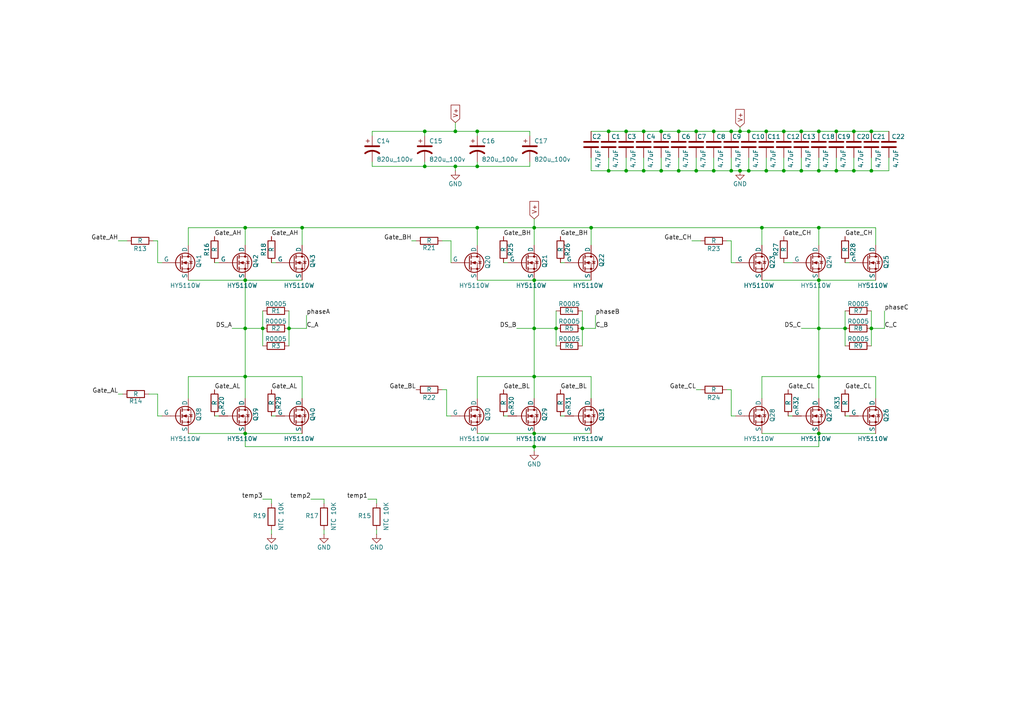
<source format=kicad_sch>
(kicad_sch (version 20250114) (generator "eeschema") (generator_version "9.0")
  (paper "A4")
  (lib_symbols
    (symbol "Device:C" (pin_numbers (hide yes)) (pin_names (offset 0.254))
      (property "Reference" "C" (at 0.635 2.54 0))
      (property "Value" "C" (at 0.635 -2.54 0))
      (symbol "C_0_1"
        (polyline (pts (xy -2.032 0.762) (xy 2.032 0.762)) (stroke (width 0.508)))
        (polyline (pts (xy -2.032 -0.762) (xy 2.032 -0.762)) (stroke (width 0.508)))
      )
      (symbol "C_1_1"
        (pin passive line (at 0 3.81 270) (length 2.794) (name "~") (number "1"))
        (pin passive line (at 0 -3.81 90) (length 2.794) (name "~") (number "2"))
      )
    )
    (symbol "Device:C_Polarized_US" (pin_numbers (hide yes)) (pin_names (offset 0.254) (hide yes))
      (property "Reference" "C" (at 0.635 2.54 0))
      (property "Value" "C_Polarized_US" (at 0.635 -2.54 0))
      (symbol "C_Polarized_US_0_1"
        (polyline (pts (xy -2.032 0.762) (xy 2.032 0.762)) (stroke (width 0.508)))
        (polyline (pts (xy -1.778 2.286) (xy -0.762 2.286)))
        (polyline (pts (xy -1.27 1.778) (xy -1.27 2.794)))
        (arc (start -2.032 -1.27) (mid 0 -0.5572) (end 2.032 -1.27) (stroke (width 0.508)))
      )
      (symbol "C_Polarized_US_1_1"
        (pin passive line (at 0 3.81 270) (length 2.794) (name "~") (number "1"))
        (pin passive line (at 0 -3.81 90) (length 3.302) (name "~") (number "2"))
      )
    )
    (symbol "Device:R" (pin_numbers (hide yes)) (pin_names (offset 0))
      (property "Reference" "R" (at 2.032 0 90))
      (property "Value" "R" (at 0 0 90))
      (symbol "R_0_1"
        (rectangle (start -1.016 -2.54) (end 1.016 2.54) (stroke (width 0.254)))
      )
      (symbol "R_1_1"
        (pin passive line (at 0 3.81 270) (length 1.27) (name "~") (number "1"))
        (pin passive line (at 0 -3.81 90) (length 1.27) (name "~") (number "2"))
      )
    )
    (symbol "Simulation_SPICE:NMOS" (pin_numbers (hide yes)) (pin_names (offset 0))
      (property "Reference" "Q" (at 5.08 1.27 0))
      (property "Value" "NMOS" (at 5.08 -1.27 0))
      (symbol "NMOS_0_1"
        (polyline (pts (xy 0.254 1.905) (xy 0.254 -1.905)) (stroke (width 0.254)))
        (polyline (pts (xy 0.254 0) (xy -2.54 0)))
        (polyline (pts (xy 0.762 2.286) (xy 0.762 1.27)) (stroke (width 0.254)))
        (polyline (pts (xy 0.762 0.508) (xy 0.762 -0.508)) (stroke (width 0.254)))
        (polyline (pts (xy 0.762 -1.27) (xy 0.762 -2.286)) (stroke (width 0.254)))
        (polyline (pts (xy 0.762 -1.778) (xy 3.302 -1.778) (xy 3.302 1.778) (xy 0.762 1.778)))
        (polyline (pts (xy 1.016 0) (xy 2.032 0.381) (xy 2.032 -0.381) (xy 1.016 0)) (fill (type outline)))
        (circle (center 1.651 0) (radius 2.794) (stroke (width 0.254)))
        (polyline (pts (xy 2.54 2.54) (xy 2.54 1.778)))
        (circle (center 2.54 1.778) (radius 0.254) (fill (type outline)))
        (circle (center 2.54 -1.778) (radius 0.254) (fill (type outline)))
        (polyline (pts (xy 2.54 -2.54) (xy 2.54 0) (xy 0.762 0)))
        (polyline (pts (xy 2.794 0.508) (xy 2.921 0.381) (xy 3.683 0.381) (xy 3.81 0.254)))
        (polyline (pts (xy 3.302 0.381) (xy 2.921 -0.254) (xy 3.683 -0.254) (xy 3.302 0.381)))
      )
      (symbol "NMOS_1_1"
        (pin input line (at -5.08 0 0) (length 2.54) (name "G") (number "2"))
        (pin passive line (at 2.54 5.08 270) (length 2.54) (name "D") (number "1"))
        (pin passive line (at 2.54 -5.08 90) (length 2.54) (name "S") (number "3"))
      )
    )
    (symbol "power:GND" (power) (pin_numbers (hide yes)) (pin_names (offset 0) (hide yes))
      (property "Value" "GND" (at 0 -3.81 0))
      (symbol "GND_0_1"
        (polyline (pts (xy 0 0) (xy 0 -1.27) (xy 1.27 -1.27) (xy 0 -2.54) (xy -1.27 -1.27) (xy 0 -1.27)))
      )
      (symbol "GND_1_1"
        (pin power_in line (at 0 0 270) (length 0) (name "~") (number "1"))
      )
    )
  )
  (junction (at 237.49 81.28))
  (junction (at 201.93 49.53))
  (junction (at 227.33 49.53))
  (junction (at 71.12 125.73))
  (junction (at 222.25 38.1))
  (junction (at 161.29 95.25))
  (junction (at 132.08 48.26))
  (junction (at 181.61 38.1))
  (junction (at 247.65 38.1))
  (junction (at 252.73 49.53))
  (junction (at 196.85 38.1))
  (junction (at 154.94 129.54))
  (junction (at 154.94 95.25))
  (junction (at 220.98 66.04))
  (junction (at 154.94 109.22))
  (junction (at 247.65 49.53))
  (junction (at 138.43 48.26))
  (junction (at 186.69 38.1))
  (junction (at 186.69 49.53))
  (junction (at 168.91 95.25))
  (junction (at 154.94 81.28))
  (junction (at 237.49 38.1))
  (junction (at 207.01 49.53))
  (junction (at 191.77 38.1))
  (junction (at 237.49 125.73))
  (junction (at 237.49 95.25))
  (junction (at 212.09 49.53))
  (junction (at 212.09 38.1))
  (junction (at 71.12 81.28))
  (junction (at 71.12 95.25))
  (junction (at 214.63 38.1))
  (junction (at 132.08 38.1))
  (junction (at 237.49 66.04))
  (junction (at 232.41 49.53))
  (junction (at 138.43 38.1))
  (junction (at 242.57 38.1))
  (junction (at 181.61 49.53))
  (junction (at 227.33 38.1))
  (junction (at 123.19 38.1))
  (junction (at 76.2 95.25))
  (junction (at 87.63 66.04))
  (junction (at 201.93 38.1))
  (junction (at 171.45 66.04))
  (junction (at 217.17 38.1))
  (junction (at 71.12 66.04))
  (junction (at 214.63 49.53))
  (junction (at 242.57 49.53))
  (junction (at 252.73 95.25))
  (junction (at 232.41 38.1))
  (junction (at 237.49 109.22))
  (junction (at 191.77 49.53))
  (junction (at 176.53 49.53))
  (junction (at 245.11 95.25))
  (junction (at 83.82 95.25))
  (junction (at 222.25 49.53))
  (junction (at 154.94 66.04))
  (junction (at 154.94 125.73))
  (junction (at 176.53 38.1))
  (junction (at 138.43 66.04))
  (junction (at 207.01 38.1))
  (junction (at 196.85 49.53))
  (junction (at 237.49 49.53))
  (junction (at 217.17 49.53))
  (junction (at 252.73 38.1))
  (junction (at 123.19 48.26))
  (junction (at 71.12 109.22))
  (wire (pts (xy 237.49 125.73) (xy 254 125.73)))
  (wire (pts (xy 252.73 38.1) (xy 257.81 38.1)))
  (wire (pts (xy 232.41 38.1) (xy 237.49 38.1)))
  (wire (pts (xy 161.29 90.17) (xy 161.29 95.25)))
  (wire (pts (xy 107.95 38.1) (xy 123.19 38.1)))
  (wire (pts (xy 153.67 46.99) (xy 153.67 48.26)))
  (wire (pts (xy 196.85 45.72) (xy 196.85 49.53)))
  (wire (pts (xy 71.12 81.28) (xy 71.12 95.25)))
  (wire (pts (xy 252.73 90.17) (xy 252.73 95.25)))
  (wire (pts (xy 62.23 76.2) (xy 63.5 76.2)))
  (wire (pts (xy 45.72 120.65) (xy 46.99 120.65)))
  (wire (pts (xy 45.72 120.65) (xy 45.72 114.3)))
  (wire (pts (xy 186.69 45.72) (xy 186.69 49.53)))
  (wire (pts (xy 132.08 48.26) (xy 132.08 49.53)))
  (wire (pts (xy 172.72 91.44) (xy 172.72 95.25)))
  (wire (pts (xy 45.72 114.3) (xy 43.18 114.3)))
  (wire (pts (xy 149.86 95.25) (xy 154.94 95.25)))
  (wire (pts (xy 54.61 66.04) (xy 71.12 66.04)))
  (wire (pts (xy 217.17 45.72) (xy 217.17 49.53)))
  (wire (pts (xy 54.61 81.28) (xy 71.12 81.28)))
  (wire (pts (xy 237.49 95.25) (xy 237.49 109.22)))
  (wire (pts (xy 71.12 81.28) (xy 87.63 81.28)))
  (wire (pts (xy 212.09 69.85) (xy 210.82 69.85)))
  (wire (pts (xy 138.43 109.22) (xy 154.94 109.22)))
  (wire (pts (xy 242.57 49.53) (xy 247.65 49.53)))
  (wire (pts (xy 252.73 95.25) (xy 252.73 100.33)))
  (wire (pts (xy 232.41 95.25) (xy 237.49 95.25)))
  (wire (pts (xy 212.09 76.2) (xy 212.09 69.85)))
  (wire (pts (xy 78.74 154.94) (xy 78.74 153.67)))
  (wire (pts (xy 71.12 95.25) (xy 71.12 109.22)))
  (wire (pts (xy 129.54 120.65) (xy 130.81 120.65)))
  (wire (pts (xy 93.98 146.05) (xy 93.98 144.78)))
  (wire (pts (xy 138.43 81.28) (xy 154.94 81.28)))
  (wire (pts (xy 222.25 45.72) (xy 222.25 49.53)))
  (wire (pts (xy 252.73 95.25) (xy 256.54 95.25)))
  (wire (pts (xy 191.77 38.1) (xy 196.85 38.1)))
  (wire (pts (xy 171.45 66.04) (xy 171.45 71.12)))
  (wire (pts (xy 67.31 95.25) (xy 71.12 95.25)))
  (wire (pts (xy 254 109.22) (xy 254 115.57)))
  (wire (pts (xy 227.33 49.53) (xy 222.25 49.53)))
  (wire (pts (xy 232.41 49.53) (xy 237.49 49.53)))
  (wire (pts (xy 252.73 45.72) (xy 252.73 49.53)))
  (wire (pts (xy 123.19 38.1) (xy 123.19 39.37)))
  (wire (pts (xy 154.94 130.81) (xy 154.94 129.54)))
  (wire (pts (xy 54.61 109.22) (xy 71.12 109.22)))
  (wire (pts (xy 138.43 48.26) (xy 153.67 48.26)))
  (wire (pts (xy 212.09 76.2) (xy 213.36 76.2)))
  (wire (pts (xy 207.01 38.1) (xy 212.09 38.1)))
  (wire (pts (xy 87.63 66.04) (xy 138.43 66.04)))
  (wire (pts (xy 132.08 48.26) (xy 138.43 48.26)))
  (wire (pts (xy 71.12 109.22) (xy 71.12 115.57)))
  (wire (pts (xy 181.61 45.72) (xy 181.61 49.53)))
  (wire (pts (xy 78.74 146.05) (xy 78.74 144.78)))
  (wire (pts (xy 242.57 38.1) (xy 247.65 38.1)))
  (wire (pts (xy 138.43 66.04) (xy 154.94 66.04)))
  (wire (pts (xy 237.49 66.04) (xy 237.49 71.12)))
  (wire (pts (xy 201.93 49.53) (xy 207.01 49.53)))
  (wire (pts (xy 109.22 146.05) (xy 109.22 144.78)))
  (wire (pts (xy 76.2 95.25) (xy 76.2 100.33)))
  (wire (pts (xy 227.33 49.53) (xy 232.41 49.53)))
  (wire (pts (xy 181.61 38.1) (xy 186.69 38.1)))
  (wire (pts (xy 162.56 120.65) (xy 163.83 120.65)))
  (wire (pts (xy 154.94 66.04) (xy 171.45 66.04)))
  (wire (pts (xy 71.12 66.04) (xy 71.12 71.12)))
  (wire (pts (xy 228.6 120.65) (xy 229.87 120.65)))
  (wire (pts (xy 87.63 109.22) (xy 87.63 115.57)))
  (wire (pts (xy 54.61 66.04) (xy 54.61 71.12)))
  (wire (pts (xy 71.12 109.22) (xy 87.63 109.22)))
  (wire (pts (xy 71.12 66.04) (xy 87.63 66.04)))
  (wire (pts (xy 138.43 38.1) (xy 153.67 38.1)))
  (wire (pts (xy 71.12 125.73) (xy 87.63 125.73)))
  (wire (pts (xy 154.94 95.25) (xy 154.94 109.22)))
  (wire (pts (xy 237.49 129.54) (xy 237.49 125.73)))
  (wire (pts (xy 227.33 76.2) (xy 229.87 76.2)))
  (wire (pts (xy 222.25 49.53) (xy 217.17 49.53)))
  (wire (pts (xy 176.53 49.53) (xy 181.61 49.53)))
  (wire (pts (xy 212.09 120.65) (xy 213.36 120.65)))
  (wire (pts (xy 220.98 109.22) (xy 220.98 115.57)))
  (wire (pts (xy 45.72 69.85) (xy 44.45 69.85)))
  (wire (pts (xy 212.09 113.03) (xy 210.82 113.03)))
  (wire (pts (xy 207.01 49.53) (xy 212.09 49.53)))
  (wire (pts (xy 93.98 154.94) (xy 93.98 153.67)))
  (wire (pts (xy 161.29 95.25) (xy 161.29 100.33)))
  (wire (pts (xy 123.19 46.99) (xy 123.19 48.26)))
  (wire (pts (xy 171.45 45.72) (xy 171.45 49.53)))
  (wire (pts (xy 186.69 49.53) (xy 191.77 49.53)))
  (wire (pts (xy 87.63 66.04) (xy 87.63 71.12)))
  (wire (pts (xy 207.01 45.72) (xy 207.01 49.53)))
  (wire (pts (xy 232.41 45.72) (xy 232.41 49.53)))
  (wire (pts (xy 154.94 81.28) (xy 171.45 81.28)))
  (wire (pts (xy 132.08 35.56) (xy 132.08 38.1)))
  (wire (pts (xy 227.33 38.1) (xy 232.41 38.1)))
  (wire (pts (xy 138.43 109.22) (xy 138.43 115.57)))
  (wire (pts (xy 138.43 125.73) (xy 154.94 125.73)))
  (wire (pts (xy 123.19 48.26) (xy 132.08 48.26)))
  (wire (pts (xy 201.93 113.03) (xy 203.2 113.03)))
  (wire (pts (xy 45.72 76.2) (xy 45.72 69.85)))
  (wire (pts (xy 257.81 45.72) (xy 257.81 49.53)))
  (wire (pts (xy 191.77 45.72) (xy 191.77 49.53)))
  (wire (pts (xy 168.91 95.25) (xy 168.91 100.33)))
  (wire (pts (xy 217.17 38.1) (xy 222.25 38.1)))
  (wire (pts (xy 220.98 125.73) (xy 237.49 125.73)))
  (wire (pts (xy 146.05 120.65) (xy 147.32 120.65)))
  (wire (pts (xy 54.61 109.22) (xy 54.61 115.57)))
  (wire (pts (xy 146.05 76.2) (xy 147.32 76.2)))
  (wire (pts (xy 252.73 49.53) (xy 257.81 49.53)))
  (wire (pts (xy 123.19 38.1) (xy 132.08 38.1)))
  (wire (pts (xy 245.11 76.2) (xy 246.38 76.2)))
  (wire (pts (xy 171.45 38.1) (xy 176.53 38.1)))
  (wire (pts (xy 227.33 45.72) (xy 227.33 49.53)))
  (wire (pts (xy 109.22 144.78) (xy 106.68 144.78)))
  (wire (pts (xy 220.98 66.04) (xy 237.49 66.04)))
  (wire (pts (xy 107.95 46.99) (xy 107.95 48.26)))
  (wire (pts (xy 212.09 120.65) (xy 212.09 113.03)))
  (wire (pts (xy 237.49 81.28) (xy 237.49 95.25)))
  (wire (pts (xy 62.23 120.65) (xy 63.5 120.65)))
  (wire (pts (xy 242.57 45.72) (xy 242.57 49.53)))
  (wire (pts (xy 83.82 95.25) (xy 83.82 100.33)))
  (wire (pts (xy 245.11 90.17) (xy 245.11 95.25)))
  (wire (pts (xy 54.61 125.73) (xy 71.12 125.73)))
  (wire (pts (xy 214.63 38.1) (xy 217.17 38.1)))
  (wire (pts (xy 154.94 125.73) (xy 171.45 125.73)))
  (wire (pts (xy 130.81 69.85) (xy 130.81 76.2)))
  (wire (pts (xy 132.08 38.1) (xy 138.43 38.1)))
  (wire (pts (xy 154.94 109.22) (xy 171.45 109.22)))
  (wire (pts (xy 214.63 36.83) (xy 214.63 38.1)))
  (wire (pts (xy 107.95 48.26) (xy 123.19 48.26)))
  (wire (pts (xy 186.69 38.1) (xy 191.77 38.1)))
  (wire (pts (xy 212.09 45.72) (xy 212.09 49.53)))
  (wire (pts (xy 78.74 76.2) (xy 80.01 76.2)))
  (wire (pts (xy 154.94 81.28) (xy 154.94 95.25)))
  (wire (pts (xy 212.09 38.1) (xy 214.63 38.1)))
  (wire (pts (xy 201.93 45.72) (xy 201.93 49.53)))
  (wire (pts (xy 83.82 95.25) (xy 88.9 95.25)))
  (wire (pts (xy 245.11 95.25) (xy 245.11 100.33)))
  (wire (pts (xy 171.45 49.53) (xy 176.53 49.53)))
  (wire (pts (xy 154.94 66.04) (xy 154.94 71.12)))
  (wire (pts (xy 129.54 120.65) (xy 129.54 113.03)))
  (wire (pts (xy 247.65 45.72) (xy 247.65 49.53)))
  (wire (pts (xy 34.29 114.3) (xy 35.56 114.3)))
  (wire (pts (xy 78.74 144.78) (xy 76.2 144.78)))
  (wire (pts (xy 154.94 95.25) (xy 161.29 95.25)))
  (wire (pts (xy 237.49 66.04) (xy 254 66.04)))
  (wire (pts (xy 256.54 90.17) (xy 256.54 95.25)))
  (wire (pts (xy 222.25 38.1) (xy 227.33 38.1)))
  (wire (pts (xy 168.91 95.25) (xy 172.72 95.25)))
  (wire (pts (xy 237.49 109.22) (xy 254 109.22)))
  (wire (pts (xy 107.95 38.1) (xy 107.95 39.37)))
  (wire (pts (xy 162.56 76.2) (xy 163.83 76.2)))
  (wire (pts (xy 88.9 91.44) (xy 88.9 95.25)))
  (wire (pts (xy 237.49 49.53) (xy 242.57 49.53)))
  (wire (pts (xy 247.65 38.1) (xy 252.73 38.1)))
  (wire (pts (xy 220.98 109.22) (xy 237.49 109.22)))
  (wire (pts (xy 154.94 129.54) (xy 237.49 129.54)))
  (wire (pts (xy 109.22 154.94) (xy 109.22 153.67)))
  (wire (pts (xy 220.98 81.28) (xy 237.49 81.28)))
  (wire (pts (xy 201.93 38.1) (xy 207.01 38.1)))
  (wire (pts (xy 237.49 38.1) (xy 242.57 38.1)))
  (wire (pts (xy 203.2 69.85) (xy 200.66 69.85)))
  (wire (pts (xy 247.65 49.53) (xy 252.73 49.53)))
  (wire (pts (xy 154.94 109.22) (xy 154.94 115.57)))
  (wire (pts (xy 90.17 144.78) (xy 93.98 144.78)))
  (wire (pts (xy 212.09 49.53) (xy 214.63 49.53)))
  (wire (pts (xy 76.2 90.17) (xy 76.2 95.25)))
  (wire (pts (xy 138.43 38.1) (xy 138.43 39.37)))
  (wire (pts (xy 220.98 66.04) (xy 220.98 71.12)))
  (wire (pts (xy 245.11 120.65) (xy 246.38 120.65)))
  (wire (pts (xy 153.67 38.1) (xy 153.67 39.37)))
  (wire (pts (xy 171.45 66.04) (xy 220.98 66.04)))
  (wire (pts (xy 71.12 125.73) (xy 71.12 129.54)))
  (wire (pts (xy 254 66.04) (xy 254 71.12)))
  (wire (pts (xy 154.94 63.5) (xy 154.94 66.04)))
  (wire (pts (xy 196.85 49.53) (xy 201.93 49.53)))
  (wire (pts (xy 237.49 81.28) (xy 254 81.28)))
  (wire (pts (xy 34.29 69.85) (xy 36.83 69.85)))
  (wire (pts (xy 237.49 45.72) (xy 237.49 49.53)))
  (wire (pts (xy 168.91 90.17) (xy 168.91 95.25)))
  (wire (pts (xy 119.38 69.85) (xy 120.65 69.85)))
  (wire (pts (xy 191.77 49.53) (xy 196.85 49.53)))
  (wire (pts (xy 214.63 49.53) (xy 217.17 49.53)))
  (wire (pts (xy 176.53 38.1) (xy 181.61 38.1)))
  (wire (pts (xy 130.81 69.85) (xy 128.27 69.85)))
  (wire (pts (xy 83.82 90.17) (xy 83.82 95.25)))
  (wire (pts (xy 129.54 113.03) (xy 128.27 113.03)))
  (wire (pts (xy 171.45 109.22) (xy 171.45 115.57)))
  (wire (pts (xy 71.12 129.54) (xy 154.94 129.54)))
  (wire (pts (xy 71.12 95.25) (xy 76.2 95.25)))
  (wire (pts (xy 45.72 76.2) (xy 46.99 76.2)))
  (wire (pts (xy 181.61 49.53) (xy 186.69 49.53)))
  (wire (pts (xy 138.43 46.99) (xy 138.43 48.26)))
  (wire (pts (xy 237.49 95.25) (xy 245.11 95.25)))
  (wire (pts (xy 176.53 45.72) (xy 176.53 49.53)))
  (wire (pts (xy 196.85 38.1) (xy 201.93 38.1)))
  (wire (pts (xy 138.43 66.04) (xy 138.43 71.12)))
  (wire (pts (xy 154.94 125.73) (xy 154.94 129.54)))
  (wire (pts (xy 237.49 109.22) (xy 237.49 115.57)))
  (wire (pts (xy 78.74 120.65) (xy 80.01 120.65)))
  (label "Gate_AH" (at 78.74 68.58 0))
  (label "Gate_BH" (at 146.05 68.58 0))
  (label "DS_C" (at 232.41 95.25 180))
  (label "DS_B" (at 149.86 95.25 180))
  (label "Gate_AH" (at 62.23 68.58 0))
  (label "Gate_AL" (at 62.23 113.03 0))
  (label "C_A" (at 88.9 95.25 0))
  (label "temp2" (at 90.17 144.78 180))
  (label "Gate_CH" (at 245.11 68.58 0))
  (label "phaseC" (at 256.54 90.17 0))
  (label "Gate_CL" (at 201.93 113.03 180))
  (label "Gate_BL" (at 162.56 113.03 0))
  (label "Gate_BH" (at 119.38 69.85 180))
  (label "temp3" (at 76.2 144.78 180))
  (label "Gate_CH" (at 227.33 68.58 0))
  (label "C_B" (at 172.72 95.25 0))
  (label "C_C" (at 256.54 95.25 0))
  (label "Gate_BH" (at 162.56 68.58 0))
  (label "phaseA" (at 88.9 91.44 0))
  (label "phaseB" (at 172.72 91.44 0))
  (label "Gate_CH" (at 200.66 69.85 180))
  (label "Gate_AL" (at 34.29 114.3 180))
  (label "Gate_AH" (at 34.29 69.85 180))
  (label "Gate_BL" (at 146.05 113.03 0))
  (label "Gate_CL" (at 245.11 113.03 0))
  (label "Gate_CL" (at 228.6 113.03 0))
  (label "Gate_BL" (at 120.65 113.03 180))
  (label "DS_A" (at 67.31 95.25 180))
  (label "temp1" (at 106.68 144.78 180))
  (label "Gate_AL" (at 78.74 113.03 0))
  (global_label "V+" (shape input) (at 154.94 63.5 90) (property "Intersheetrefs" "${INTERSHEET_REFS}" (effects (hide yes))))
  (global_label "V+" (shape input) (at 214.63 36.83 90) (property "Intersheetrefs" "${INTERSHEET_REFS}" (effects (hide yes))))
  (global_label "V+" (shape input) (at 132.08 35.56 90) (property "Intersheetrefs" "${INTERSHEET_REFS}" (effects (hide yes))))
  (symbol (lib_id "Device:C") (at 191.77 41.91 0) (unit 1)
    (property "Reference" "C5" (at 192.024 39.624 0) (effects (justify left)))
    (property "Value" "4.7uF" (at 193.802 48.768 90) (effects (justify left)))
    (property "Footprint" "Capacitor_SMD:C_1206_3216Metric_Pad1.33x1.80mm_HandSolder" (effects (hide yes)))
    (property "Description" "Unpolarized capacitor" (effects (hide yes)))
  )
  (symbol (lib_id "Device:C") (at 222.25 41.91 0) (unit 1)
    (property "Reference" "C11" (at 222.504 39.624 0) (effects (justify left)))
    (property "Value" "4.7uF" (at 224.282 48.768 90) (effects (justify left)))
    (property "Footprint" "Capacitor_SMD:C_1206_3216Metric_Pad1.33x1.80mm_HandSolder" (effects (hide yes)))
    (property "Description" "Unpolarized capacitor" (effects (hide yes)))
  )
  (symbol (lib_id "Device:C") (at 171.45 41.91 0) (unit 1)
    (property "Reference" "C2" (at 171.704 39.624 0) (effects (justify left)))
    (property "Value" "4.7uF" (at 173.482 48.768 90) (effects (justify left)))
    (property "Footprint" "Capacitor_SMD:C_1206_3216Metric_Pad1.33x1.80mm_HandSolder" (effects (hide yes)))
    (property "Description" "Unpolarized capacitor" (effects (hide yes)))
  )
  (symbol (lib_id "Device:R") (at 245.11 72.39 180) (unit 1)
    (property "Reference" "R28" (at 247.396 72.39 90))
    (property "Value" "R" (at 245.11 72.39 90))
    (property "Footprint" "Resistor_SMD:R_0805_2012Metric_Pad1.20x1.40mm_HandSolder" (effects (hide yes)))
    (property "Description" "Resistor" (effects (hide yes)))
  )
  (symbol (lib_id "Device:R") (at 165.1 100.33 90) (unit 1)
    (property "Reference" "R6" (at 165.1 100.33 90))
    (property "Value" "R0005" (at 165.1 98.298 90))
    (property "Footprint" "Resistor_SMD:R_2512_6332Metric_Pad1.40x3.35mm_HandSolder" (effects (hide yes)))
    (property "Description" "Resistor" (effects (hide yes)))
  )
  (symbol (lib_id "Simulation_SPICE:NMOS") (at 234.95 120.65 0) (unit 1)
    (property "Reference" "Q27" (at 240.538 122.428 90) (effects (justify left)))
    (property "Value" "HY5110W" (at 232.156 127.254 0) (effects (justify left)))
    (property "Footprint" "Custom:TO-247 Horizontal Tabup" (effects (hide yes)))
    (property "Datasheet" "https://ngspice.sourceforge.io/docs/ngspice-html-manual/manual.xhtml#cha_MOSFETs" (effects (hide yes)))
    (property "Description" "N-MOSFET transistor, drain/source/gate" (effects (hide yes)))
    (property "Sim.Device" "NMOS" (effects (hide yes)))
    (property "Sim.Type" "VDMOS" (effects (hide yes)))
    (property "Sim.Pins" "1=G 2=D 3=S" (effects (hide yes)))
  )
  (symbol (lib_id "Device:R") (at 248.92 100.33 90) (unit 1)
    (property "Reference" "R9" (at 248.92 100.33 90))
    (property "Value" "R0005" (at 248.92 98.298 90))
    (property "Footprint" "Resistor_SMD:R_2512_6332Metric_Pad1.40x3.35mm_HandSolder" (effects (hide yes)))
    (property "Description" "Resistor" (effects (hide yes)))
  )
  (symbol (lib_id "Device:C_Polarized_US") (at 153.67 43.18 0) (unit 1)
    (property "Reference" "C17" (at 154.94 40.894 0) (effects (justify left)))
    (property "Value" "820u_100v" (at 154.94 46.228 0) (effects (justify left)))
    (property "Footprint" "Capacitor_THT:CP_Radial_D18.0mm_P7.50mm" (effects (hide yes)))
    (property "Description" "Polarized capacitor, US symbol" (effects (hide yes)))
  )
  (symbol (lib_id "Device:R") (at 248.92 95.25 90) (unit 1)
    (property "Reference" "R8" (at 248.92 95.25 90))
    (property "Value" "R0005" (at 248.92 93.218 90))
    (property "Footprint" "Resistor_SMD:R_2512_6332Metric_Pad1.40x3.35mm_HandSolder" (effects (hide yes)))
    (property "Description" "Resistor" (effects (hide yes)))
  )
  (symbol (lib_id "Simulation_SPICE:NMOS") (at 251.46 120.65 0) (unit 1)
    (property "Reference" "Q26" (at 257.048 122.428 90) (effects (justify left)))
    (property "Value" "HY5110W" (at 248.666 127.254 0) (effects (justify left)))
    (property "Footprint" "Custom:TO-247 Horizontal Tabup" (effects (hide yes)))
    (property "Datasheet" "https://ngspice.sourceforge.io/docs/ngspice-html-manual/manual.xhtml#cha_MOSFETs" (effects (hide yes)))
    (property "Description" "N-MOSFET transistor, drain/source/gate" (effects (hide yes)))
    (property "Sim.Device" "NMOS" (effects (hide yes)))
    (property "Sim.Type" "VDMOS" (effects (hide yes)))
    (property "Sim.Pins" "1=G 2=D 3=S" (effects (hide yes)))
  )
  (symbol (lib_id "Device:C") (at 232.41 41.91 0) (unit 1)
    (property "Reference" "C13" (at 232.664 39.624 0) (effects (justify left)))
    (property "Value" "4.7uF" (at 234.442 48.768 90) (effects (justify left)))
    (property "Footprint" "Capacitor_SMD:C_1206_3216Metric_Pad1.33x1.80mm_HandSolder" (effects (hide yes)))
    (property "Description" "Unpolarized capacitor" (effects (hide yes)))
  )
  (symbol (lib_id "Device:C") (at 257.81 41.91 0) (unit 1)
    (property "Reference" "C22" (at 258.572 39.624 0) (effects (justify left)))
    (property "Value" "4.7uF" (at 259.842 48.768 90) (effects (justify left)))
    (property "Footprint" "Capacitor_SMD:C_1206_3216Metric_Pad1.33x1.80mm_HandSolder" (effects (hide yes)))
    (property "Description" "Unpolarized capacitor" (effects (hide yes)))
  )
  (symbol (lib_id "Device:C") (at 247.65 41.91 0) (unit 1)
    (property "Reference" "C20" (at 248.412 39.624 0) (effects (justify left)))
    (property "Value" "4.7uF" (at 249.682 48.768 90) (effects (justify left)))
    (property "Footprint" "Capacitor_SMD:C_1206_3216Metric_Pad1.33x1.80mm_HandSolder" (effects (hide yes)))
    (property "Description" "Unpolarized capacitor" (effects (hide yes)))
  )
  (symbol (lib_id "Device:R") (at 78.74 72.39 180) (unit 1)
    (property "Reference" "R18" (at 76.454 72.39 90))
    (property "Value" "R" (at 78.74 72.39 90))
    (property "Footprint" "Resistor_SMD:R_0805_2012Metric_Pad1.20x1.40mm_HandSolder" (effects (hide yes)))
    (property "Description" "Resistor" (effects (hide yes)))
  )
  (symbol (lib_id "power:GND") (at 78.74 154.94 0) (unit 1)
    (property "Reference" "#PWR03" (effects (hide yes)))
    (property "Value" "GND" (at 78.74 158.75 0))
    (property "Description" "Power symbol creates a global label with name \"GND\" , ground" (effects (hide yes)))
  )
  (symbol (lib_id "Device:R") (at 165.1 90.17 90) (unit 1)
    (property "Reference" "R4" (at 165.1 90.17 90))
    (property "Value" "R0005" (at 165.1 88.138 90))
    (property "Footprint" "Resistor_SMD:R_2512_6332Metric_Pad1.40x3.35mm_HandSolder" (effects (hide yes)))
    (property "Description" "Resistor" (effects (hide yes)))
  )
  (symbol (lib_id "Device:R") (at 124.46 69.85 270) (unit 1)
    (property "Reference" "R21" (at 124.46 71.882 90))
    (property "Value" "R" (at 124.46 69.85 90))
    (property "Footprint" "Resistor_SMD:R_0805_2012Metric_Pad1.20x1.40mm_HandSolder" (effects (hide yes)))
    (property "Description" "Resistor" (effects (hide yes)))
  )
  (symbol (lib_id "Device:R") (at 62.23 116.84 0) (unit 1)
    (property "Reference" "R20" (at 64.262 116.84 90))
    (property "Value" "R" (at 62.23 116.84 90))
    (property "Footprint" "Resistor_SMD:R_0805_2012Metric_Pad1.20x1.40mm_HandSolder" (effects (hide yes)))
    (property "Description" "Resistor" (effects (hide yes)))
  )
  (symbol (lib_id "Simulation_SPICE:NMOS") (at 251.46 76.2 0) (unit 1)
    (property "Reference" "Q25" (at 257.048 77.978 90) (effects (justify left)))
    (property "Value" "HY5110W" (at 248.666 82.804 0) (effects (justify left)))
    (property "Footprint" "Custom:TO-247 Horizontal Tabup" (effects (hide yes)))
    (property "Datasheet" "https://ngspice.sourceforge.io/docs/ngspice-html-manual/manual.xhtml#cha_MOSFETs" (effects (hide yes)))
    (property "Description" "N-MOSFET transistor, drain/source/gate" (effects (hide yes)))
    (property "Sim.Device" "NMOS" (effects (hide yes)))
    (property "Sim.Type" "VDMOS" (effects (hide yes)))
    (property "Sim.Pins" "1=G 2=D 3=S" (effects (hide yes)))
  )
  (symbol (lib_id "Device:C_Polarized_US") (at 123.19 43.18 0) (unit 1)
    (property "Reference" "C15" (at 124.46 40.894 0) (effects (justify left)))
    (property "Value" "820u_100v" (at 124.46 46.228 0) (effects (justify left)))
    (property "Footprint" "Capacitor_THT:CP_Radial_D18.0mm_P7.50mm" (effects (hide yes)))
    (property "Description" "Polarized capacitor, US symbol" (effects (hide yes)))
  )
  (symbol (lib_id "Device:R") (at 245.11 116.84 0) (unit 1)
    (property "Reference" "R33" (at 242.824 116.84 90))
    (property "Value" "R" (at 245.11 116.84 90))
    (property "Footprint" "Resistor_SMD:R_0805_2012Metric_Pad1.20x1.40mm_HandSolder" (effects (hide yes)))
    (property "Description" "Resistor" (effects (hide yes)))
  )
  (symbol (lib_id "Device:R") (at 80.01 100.33 90) (unit 1)
    (property "Reference" "R3" (at 80.01 100.33 90))
    (property "Value" "R0005" (at 80.01 98.298 90))
    (property "Footprint" "Resistor_SMD:R_2512_6332Metric_Pad1.40x3.35mm_HandSolder" (effects (hide yes)))
    (property "Description" "Resistor" (effects (hide yes)))
  )
  (symbol (lib_id "Device:C") (at 196.85 41.91 0) (unit 1)
    (property "Reference" "C6" (at 197.612 39.624 0) (effects (justify left)))
    (property "Value" "4.7uF" (at 198.882 48.768 90) (effects (justify left)))
    (property "Footprint" "Capacitor_SMD:C_1206_3216Metric_Pad1.33x1.80mm_HandSolder" (effects (hide yes)))
    (property "Description" "Unpolarized capacitor" (effects (hide yes)))
  )
  (symbol (lib_id "Simulation_SPICE:NMOS") (at 168.91 120.65 0) (unit 1)
    (property "Reference" "Q31" (at 174.498 122.174 90) (effects (justify left)))
    (property "Value" "HY5110W" (at 166.116 127.254 0) (effects (justify left)))
    (property "Footprint" "Custom:TO-247 Horizontal Tabup" (effects (hide yes)))
    (property "Datasheet" "https://ngspice.sourceforge.io/docs/ngspice-html-manual/manual.xhtml#cha_MOSFETs" (effects (hide yes)))
    (property "Description" "N-MOSFET transistor, drain/source/gate" (effects (hide yes)))
    (property "Sim.Device" "NMOS" (effects (hide yes)))
    (property "Sim.Type" "VDMOS" (effects (hide yes)))
    (property "Sim.Pins" "1=G 2=D 3=S" (effects (hide yes)))
  )
  (symbol (lib_id "Device:R") (at 227.33 72.39 0) (unit 1)
    (property "Reference" "R27" (at 225.044 72.39 90))
    (property "Value" "R" (at 227.33 72.39 90))
    (property "Footprint" "Resistor_SMD:R_0805_2012Metric_Pad1.20x1.40mm_HandSolder" (effects (hide yes)))
    (property "Description" "Resistor" (effects (hide yes)))
  )
  (symbol (lib_id "Device:C") (at 242.57 41.91 0) (unit 1)
    (property "Reference" "C19" (at 242.824 39.624 0) (effects (justify left)))
    (property "Value" "4.7uF" (at 244.602 48.768 90) (effects (justify left)))
    (property "Footprint" "Capacitor_SMD:C_1206_3216Metric_Pad1.33x1.80mm_HandSolder" (effects (hide yes)))
    (property "Description" "Unpolarized capacitor" (effects (hide yes)))
  )
  (symbol (lib_id "Simulation_SPICE:NMOS") (at 218.44 76.2 0) (unit 1)
    (property "Reference" "Q23" (at 224.028 77.978 90) (effects (justify left)))
    (property "Value" "HY5110W" (at 215.646 82.804 0) (effects (justify left)))
    (property "Footprint" "Custom:TO-247 Horizontal Tabup" (effects (hide yes)))
    (property "Datasheet" "https://ngspice.sourceforge.io/docs/ngspice-html-manual/manual.xhtml#cha_MOSFETs" (effects (hide yes)))
    (property "Description" "N-MOSFET transistor, drain/source/gate" (effects (hide yes)))
    (property "Sim.Device" "NMOS" (effects (hide yes)))
    (property "Sim.Type" "VDMOS" (effects (hide yes)))
    (property "Sim.Pins" "1=G 2=D 3=S" (effects (hide yes)))
  )
  (symbol (lib_id "Device:C_Polarized_US") (at 107.95 43.18 0) (unit 1)
    (property "Reference" "C14" (at 109.22 40.894 0) (effects (justify left)))
    (property "Value" "820u_100v" (at 109.22 46.228 0) (effects (justify left)))
    (property "Footprint" "Capacitor_THT:CP_Radial_D18.0mm_P7.50mm" (effects (hide yes)))
    (property "Description" "Polarized capacitor, US symbol" (effects (hide yes)))
  )
  (symbol (lib_id "Device:R") (at 207.01 113.03 90) (unit 1)
    (property "Reference" "R24" (at 207.01 115.316 90))
    (property "Value" "R" (at 207.01 113.03 90))
    (property "Footprint" "Resistor_SMD:R_0805_2012Metric_Pad1.20x1.40mm_HandSolder" (effects (hide yes)))
    (property "Description" "Resistor" (effects (hide yes)))
  )
  (symbol (lib_id "Device:R") (at 40.64 69.85 270) (unit 1)
    (property "Reference" "R13" (at 40.64 72.136 90))
    (property "Value" "R" (at 40.64 69.85 90))
    (property "Footprint" "Resistor_SMD:R_0805_2012Metric_Pad1.20x1.40mm_HandSolder" (effects (hide yes)))
    (property "Description" "Resistor" (effects (hide yes)))
  )
  (symbol (lib_id "Device:R") (at 146.05 116.84 0) (unit 1)
    (property "Reference" "R30" (at 148.336 116.84 90))
    (property "Value" "R" (at 146.05 116.84 90))
    (property "Footprint" "Resistor_SMD:R_0805_2012Metric_Pad1.20x1.40mm_HandSolder" (effects (hide yes)))
    (property "Description" "Resistor" (effects (hide yes)))
  )
  (symbol (lib_id "Device:R") (at 124.46 113.03 270) (unit 1)
    (property "Reference" "R22" (at 124.46 115.316 90))
    (property "Value" "R" (at 124.46 113.03 90))
    (property "Footprint" "Resistor_SMD:R_0805_2012Metric_Pad1.20x1.40mm_HandSolder" (effects (hide yes)))
    (property "Description" "Resistor" (effects (hide yes)))
  )
  (symbol (lib_id "Device:R") (at 78.74 116.84 0) (unit 1)
    (property "Reference" "R29" (at 80.772 116.84 90))
    (property "Value" "R" (at 78.74 116.84 90))
    (property "Footprint" "Resistor_SMD:R_0805_2012Metric_Pad1.20x1.40mm_HandSolder" (effects (hide yes)))
    (property "Description" "Resistor" (effects (hide yes)))
  )
  (symbol (lib_id "Simulation_SPICE:NMOS") (at 85.09 120.65 0) (unit 1)
    (property "Reference" "Q40" (at 90.678 122.174 90) (effects (justify left)))
    (property "Value" "HY5110W" (at 82.296 127.254 0) (effects (justify left)))
    (property "Footprint" "Custom:TO-247 Horizontal Tabup" (effects (hide yes)))
    (property "Datasheet" "https://ngspice.sourceforge.io/docs/ngspice-html-manual/manual.xhtml#cha_MOSFETs" (effects (hide yes)))
    (property "Description" "N-MOSFET transistor, drain/source/gate" (effects (hide yes)))
    (property "Sim.Device" "NMOS" (effects (hide yes)))
    (property "Sim.Type" "VDMOS" (effects (hide yes)))
    (property "Sim.Pins" "1=G 2=D 3=S" (effects (hide yes)))
  )
  (symbol (lib_id "Device:R") (at 207.01 69.85 90) (unit 1)
    (property "Reference" "R23" (at 207.01 72.136 90))
    (property "Value" "R" (at 207.01 69.85 90))
    (property "Footprint" "Resistor_SMD:R_0805_2012Metric_Pad1.20x1.40mm_HandSolder" (effects (hide yes)))
    (property "Description" "Resistor" (effects (hide yes)))
  )
  (symbol (lib_id "Device:C_Polarized_US") (at 138.43 43.18 0) (unit 1)
    (property "Reference" "C16" (at 139.7 40.894 0) (effects (justify left)))
    (property "Value" "820u_100v" (at 139.7 46.228 0) (effects (justify left)))
    (property "Footprint" "Capacitor_THT:CP_Radial_D18.0mm_P7.50mm" (effects (hide yes)))
    (property "Description" "Polarized capacitor, US symbol" (effects (hide yes)))
  )
  (symbol (lib_id "Device:C") (at 176.53 41.91 0) (unit 1)
    (property "Reference" "C1" (at 177.292 39.624 0) (effects (justify left)))
    (property "Value" "4.7uF" (at 178.562 48.768 90) (effects (justify left)))
    (property "Footprint" "Capacitor_SMD:C_1206_3216Metric_Pad1.33x1.80mm_HandSolder" (effects (hide yes)))
    (property "Description" "Unpolarized capacitor" (effects (hide yes)))
  )
  (symbol (lib_id "Simulation_SPICE:NMOS") (at 85.09 76.2 0) (unit 1)
    (property "Reference" "Q43" (at 90.678 77.724 90) (effects (justify left)))
    (property "Value" "HY5110W" (at 82.296 82.804 0) (effects (justify left)))
    (property "Footprint" "Custom:TO-247 Horizontal Tabup" (effects (hide yes)))
    (property "Datasheet" "https://ngspice.sourceforge.io/docs/ngspice-html-manual/manual.xhtml#cha_MOSFETs" (effects (hide yes)))
    (property "Description" "N-MOSFET transistor, drain/source/gate" (effects (hide yes)))
    (property "Sim.Device" "NMOS" (effects (hide yes)))
    (property "Sim.Type" "VDMOS" (effects (hide yes)))
    (property "Sim.Pins" "1=G 2=D 3=S" (effects (hide yes)))
  )
  (symbol (lib_id "Device:R") (at 109.22 149.86 180) (unit 1)
    (property "Reference" "R15" (at 107.696 149.606 0) (effects (justify left)))
    (property "Value" "NTC 10K" (at 112.014 145.542 90) (effects (justify left)))
    (property "Footprint" "Resistor_SMD:R_0805_2012Metric_Pad1.20x1.40mm_HandSolder" (effects (hide yes)))
    (property "Description" "Resistor" (effects (hide yes)))
  )
  (symbol (lib_id "Simulation_SPICE:NMOS") (at 135.89 76.2 0) (unit 1)
    (property "Reference" "Q20" (at 141.478 77.978 90) (effects (justify left)))
    (property "Value" "HY5110W" (at 133.096 82.804 0) (effects (justify left)))
    (property "Footprint" "Custom:TO-247 Horizontal Tabup" (effects (hide yes)))
    (property "Datasheet" "https://ngspice.sourceforge.io/docs/ngspice-html-manual/manual.xhtml#cha_MOSFETs" (effects (hide yes)))
    (property "Description" "N-MOSFET transistor, drain/source/gate" (effects (hide yes)))
    (property "Sim.Device" "NMOS" (effects (hide yes)))
    (property "Sim.Type" "VDMOS" (effects (hide yes)))
    (property "Sim.Pins" "1=G 2=D 3=S" (effects (hide yes)))
  )
  (symbol (lib_id "Device:C") (at 237.49 41.91 0) (unit 1)
    (property "Reference" "C18" (at 238.252 39.624 0) (effects (justify left)))
    (property "Value" "4.7uF" (at 239.522 48.768 90) (effects (justify left)))
    (property "Footprint" "Capacitor_SMD:C_1206_3216Metric_Pad1.33x1.80mm_HandSolder" (effects (hide yes)))
    (property "Description" "Unpolarized capacitor" (effects (hide yes)))
  )
  (symbol (lib_id "Simulation_SPICE:NMOS") (at 234.95 76.2 0) (unit 1)
    (property "Reference" "Q24" (at 240.538 77.978 90) (effects (justify left)))
    (property "Value" "HY5110W" (at 232.156 82.804 0) (effects (justify left)))
    (property "Footprint" "Custom:TO-247 Horizontal Tabup" (effects (hide yes)))
    (property "Datasheet" "https://ngspice.sourceforge.io/docs/ngspice-html-manual/manual.xhtml#cha_MOSFETs" (effects (hide yes)))
    (property "Description" "N-MOSFET transistor, drain/source/gate" (effects (hide yes)))
    (property "Sim.Device" "NMOS" (effects (hide yes)))
    (property "Sim.Type" "VDMOS" (effects (hide yes)))
    (property "Sim.Pins" "1=G 2=D 3=S" (effects (hide yes)))
  )
  (symbol (lib_id "Simulation_SPICE:NMOS") (at 152.4 120.65 0) (unit 1)
    (property "Reference" "Q29" (at 157.988 122.174 90) (effects (justify left)))
    (property "Value" "HY5110W" (at 149.606 127.254 0) (effects (justify left)))
    (property "Footprint" "Custom:TO-247 Horizontal Tabup" (effects (hide yes)))
    (property "Datasheet" "https://ngspice.sourceforge.io/docs/ngspice-html-manual/manual.xhtml#cha_MOSFETs" (effects (hide yes)))
    (property "Description" "N-MOSFET transistor, drain/source/gate" (effects (hide yes)))
    (property "Sim.Device" "NMOS" (effects (hide yes)))
    (property "Sim.Type" "VDMOS" (effects (hide yes)))
    (property "Sim.Pins" "1=G 2=D 3=S" (effects (hide yes)))
  )
  (symbol (lib_id "Device:R") (at 78.74 149.86 180) (unit 1)
    (property "Reference" "R19" (at 77.216 149.606 0) (effects (justify left)))
    (property "Value" "NTC 10K" (at 81.534 145.542 90) (effects (justify left)))
    (property "Footprint" "Resistor_SMD:R_0805_2012Metric_Pad1.20x1.40mm_HandSolder" (effects (hide yes)))
    (property "Description" "Resistor" (effects (hide yes)))
  )
  (symbol (lib_id "Simulation_SPICE:NMOS") (at 68.58 76.2 0) (unit 1)
    (property "Reference" "Q42" (at 74.168 77.724 90) (effects (justify left)))
    (property "Value" "HY5110W" (at 65.786 82.804 0) (effects (justify left)))
    (property "Footprint" "Custom:TO-247 Horizontal Tabup" (effects (hide yes)))
    (property "Datasheet" "https://ngspice.sourceforge.io/docs/ngspice-html-manual/manual.xhtml#cha_MOSFETs" (effects (hide yes)))
    (property "Description" "N-MOSFET transistor, drain/source/gate" (effects (hide yes)))
    (property "Sim.Device" "NMOS" (effects (hide yes)))
    (property "Sim.Type" "VDMOS" (effects (hide yes)))
    (property "Sim.Pins" "1=G 2=D 3=S" (effects (hide yes)))
  )
  (symbol (lib_id "power:GND") (at 214.63 49.53 0) (unit 1)
    (property "Reference" "#PWR045" (effects (hide yes)))
    (property "Value" "GND" (at 214.63 53.34 0))
    (property "Description" "Power symbol creates a global label with name \"GND\" , ground" (effects (hide yes)))
  )
  (symbol (lib_id "Device:C") (at 201.93 41.91 0) (unit 1)
    (property "Reference" "C7" (at 202.184 39.624 0) (effects (justify left)))
    (property "Value" "4.7uF" (at 203.962 48.768 90) (effects (justify left)))
    (property "Footprint" "Capacitor_SMD:C_1206_3216Metric_Pad1.33x1.80mm_HandSolder" (effects (hide yes)))
    (property "Description" "Unpolarized capacitor" (effects (hide yes)))
  )
  (symbol (lib_id "Device:R") (at 62.23 72.39 180) (unit 1)
    (property "Reference" "R16" (at 59.944 72.39 90))
    (property "Value" "R" (at 62.23 72.39 90))
    (property "Footprint" "Resistor_SMD:R_0805_2012Metric_Pad1.20x1.40mm_HandSolder" (effects (hide yes)))
    (property "Description" "Resistor" (effects (hide yes)))
  )
  (symbol (lib_id "power:GND") (at 154.94 130.81 0) (unit 1)
    (property "Reference" "#PWR037" (effects (hide yes)))
    (property "Value" "GND" (at 154.94 134.62 0))
    (property "Description" "Power symbol creates a global label with name \"GND\" , ground" (effects (hide yes)))
  )
  (symbol (lib_id "Device:R") (at 93.98 149.86 180) (unit 1)
    (property "Reference" "R17" (at 92.456 149.606 0) (effects (justify left)))
    (property "Value" "NTC 10K" (at 96.774 145.542 90) (effects (justify left)))
    (property "Footprint" "Resistor_SMD:R_0805_2012Metric_Pad1.20x1.40mm_HandSolder" (effects (hide yes)))
    (property "Description" "Resistor" (effects (hide yes)))
  )
  (symbol (lib_id "power:GND") (at 109.22 154.94 0) (unit 1)
    (property "Reference" "#PWR05" (effects (hide yes)))
    (property "Value" "GND" (at 109.22 158.75 0))
    (property "Description" "Power symbol creates a global label with name \"GND\" , ground" (effects (hide yes)))
  )
  (symbol (lib_id "Device:R") (at 80.01 95.25 90) (unit 1)
    (property "Reference" "R2" (at 80.01 95.25 90))
    (property "Value" "R0005" (at 80.01 93.218 90))
    (property "Footprint" "Resistor_SMD:R_2512_6332Metric_Pad1.40x3.35mm_HandSolder" (effects (hide yes)))
    (property "Description" "Resistor" (effects (hide yes)))
  )
  (symbol (lib_id "Device:R") (at 228.6 116.84 180) (unit 1)
    (property "Reference" "R32" (at 230.886 116.84 90))
    (property "Value" "R" (at 228.6 116.84 90))
    (property "Footprint" "Resistor_SMD:R_0805_2012Metric_Pad1.20x1.40mm_HandSolder" (effects (hide yes)))
    (property "Description" "Resistor" (effects (hide yes)))
  )
  (symbol (lib_id "Simulation_SPICE:NMOS") (at 218.44 120.65 0) (unit 1)
    (property "Reference" "Q28" (at 224.028 122.428 90) (effects (justify left)))
    (property "Value" "HY5110W" (at 215.646 127.254 0) (effects (justify left)))
    (property "Footprint" "Custom:TO-247 Horizontal Tabup" (effects (hide yes)))
    (property "Datasheet" "https://ngspice.sourceforge.io/docs/ngspice-html-manual/manual.xhtml#cha_MOSFETs" (effects (hide yes)))
    (property "Description" "N-MOSFET transistor, drain/source/gate" (effects (hide yes)))
    (property "Sim.Device" "NMOS" (effects (hide yes)))
    (property "Sim.Type" "VDMOS" (effects (hide yes)))
    (property "Sim.Pins" "1=G 2=D 3=S" (effects (hide yes)))
  )
  (symbol (lib_id "Device:C") (at 227.33 41.91 0) (unit 1)
    (property "Reference" "C12" (at 228.092 39.624 0) (effects (justify left)))
    (property "Value" "4.7uF" (at 229.362 48.768 90) (effects (justify left)))
    (property "Footprint" "Capacitor_SMD:C_1206_3216Metric_Pad1.33x1.80mm_HandSolder" (effects (hide yes)))
    (property "Description" "Unpolarized capacitor" (effects (hide yes)))
  )
  (symbol (lib_id "Device:R") (at 165.1 95.25 90) (unit 1)
    (property "Reference" "R5" (at 165.1 95.25 90))
    (property "Value" "R0005" (at 165.1 93.218 90))
    (property "Footprint" "Resistor_SMD:R_2512_6332Metric_Pad1.40x3.35mm_HandSolder" (effects (hide yes)))
    (property "Description" "Resistor" (effects (hide yes)))
  )
  (symbol (lib_id "Device:R") (at 162.56 72.39 0) (unit 1)
    (property "Reference" "R26" (at 164.592 72.39 90))
    (property "Value" "R" (at 162.56 72.39 90))
    (property "Footprint" "Resistor_SMD:R_0805_2012Metric_Pad1.20x1.40mm_HandSolder" (effects (hide yes)))
    (property "Description" "Resistor" (effects (hide yes)))
  )
  (symbol (lib_id "Device:R") (at 146.05 72.39 0) (unit 1)
    (property "Reference" "R25" (at 148.082 72.39 90))
    (property "Value" "R" (at 146.05 72.39 90))
    (property "Footprint" "Resistor_SMD:R_0805_2012Metric_Pad1.20x1.40mm_HandSolder" (effects (hide yes)))
    (property "Description" "Resistor" (effects (hide yes)))
  )
  (symbol (lib_id "Device:C") (at 186.69 41.91 0) (unit 1)
    (property "Reference" "C4" (at 187.452 39.624 0) (effects (justify left)))
    (property "Value" "4.7uF" (at 188.722 48.768 90) (effects (justify left)))
    (property "Footprint" "Capacitor_SMD:C_1206_3216Metric_Pad1.33x1.80mm_HandSolder" (effects (hide yes)))
    (property "Description" "Unpolarized capacitor" (effects (hide yes)))
  )
  (symbol (lib_id "Simulation_SPICE:NMOS") (at 68.58 120.65 0) (unit 1)
    (property "Reference" "Q39" (at 74.168 122.174 90) (effects (justify left)))
    (property "Value" "HY5110W" (at 65.786 127.254 0) (effects (justify left)))
    (property "Footprint" "Custom:TO-247 Horizontal Tabup" (effects (hide yes)))
    (property "Datasheet" "https://ngspice.sourceforge.io/docs/ngspice-html-manual/manual.xhtml#cha_MOSFETs" (effects (hide yes)))
    (property "Description" "N-MOSFET transistor, drain/source/gate" (effects (hide yes)))
    (property "Sim.Device" "NMOS" (effects (hide yes)))
    (property "Sim.Type" "VDMOS" (effects (hide yes)))
    (property "Sim.Pins" "1=G 2=D 3=S" (effects (hide yes)))
  )
  (symbol (lib_id "Simulation_SPICE:NMOS") (at 52.07 76.2 0) (unit 1)
    (property "Reference" "Q41" (at 57.658 77.724 90) (effects (justify left)))
    (property "Value" "HY5110W" (at 49.276 82.804 0) (effects (justify left)))
    (property "Footprint" "Custom:TO-247 Horizontal Tabup" (effects (hide yes)))
    (property "Datasheet" "https://ngspice.sourceforge.io/docs/ngspice-html-manual/manual.xhtml#cha_MOSFETs" (effects (hide yes)))
    (property "Description" "N-MOSFET transistor, drain/source/gate" (effects (hide yes)))
    (property "Sim.Device" "NMOS" (effects (hide yes)))
    (property "Sim.Type" "VDMOS" (effects (hide yes)))
    (property "Sim.Pins" "1=G 2=D 3=S" (effects (hide yes)))
  )
  (symbol (lib_id "power:GND") (at 93.98 154.94 0) (unit 1)
    (property "Reference" "#PWR04" (effects (hide yes)))
    (property "Value" "GND" (at 93.98 158.75 0))
    (property "Description" "Power symbol creates a global label with name \"GND\" , ground" (effects (hide yes)))
  )
  (symbol (lib_id "Device:C") (at 252.73 41.91 0) (unit 1)
    (property "Reference" "C21" (at 252.984 39.624 0) (effects (justify left)))
    (property "Value" "4.7uF" (at 254.762 48.768 90) (effects (justify left)))
    (property "Footprint" "Capacitor_SMD:C_1206_3216Metric_Pad1.33x1.80mm_HandSolder" (effects (hide yes)))
    (property "Description" "Unpolarized capacitor" (effects (hide yes)))
  )
  (symbol (lib_id "Simulation_SPICE:NMOS") (at 152.4 76.2 0) (unit 1)
    (property "Reference" "Q21" (at 157.988 77.724 90) (effects (justify left)))
    (property "Value" "HY5110W" (at 149.606 82.804 0) (effects (justify left)))
    (property "Footprint" "Custom:TO-247 Horizontal Tabup" (effects (hide yes)))
    (property "Datasheet" "https://ngspice.sourceforge.io/docs/ngspice-html-manual/manual.xhtml#cha_MOSFETs" (effects (hide yes)))
    (property "Description" "N-MOSFET transistor, drain/source/gate" (effects (hide yes)))
    (property "Sim.Device" "NMOS" (effects (hide yes)))
    (property "Sim.Type" "VDMOS" (effects (hide yes)))
    (property "Sim.Pins" "1=G 2=D 3=S" (effects (hide yes)))
  )
  (symbol (lib_id "Device:R") (at 248.92 90.17 90) (unit 1)
    (property "Reference" "R7" (at 248.92 90.17 90))
    (property "Value" "R0005" (at 248.92 88.138 90))
    (property "Footprint" "Resistor_SMD:R_2512_6332Metric_Pad1.40x3.35mm_HandSolder" (effects (hide yes)))
    (property "Description" "Resistor" (effects (hide yes)))
  )
  (symbol (lib_id "Simulation_SPICE:NMOS") (at 168.91 76.2 0) (unit 1)
    (property "Reference" "Q22" (at 174.498 77.47 90) (effects (justify left)))
    (property "Value" "HY5110W" (at 166.116 82.804 0) (effects (justify left)))
    (property "Footprint" "Custom:TO-247 Horizontal Tabup" (effects (hide yes)))
    (property "Datasheet" "https://ngspice.sourceforge.io/docs/ngspice-html-manual/manual.xhtml#cha_MOSFETs" (effects (hide yes)))
    (property "Description" "N-MOSFET transistor, drain/source/gate" (effects (hide yes)))
    (property "Sim.Device" "NMOS" (effects (hide yes)))
    (property "Sim.Type" "VDMOS" (effects (hide yes)))
    (property "Sim.Pins" "1=G 2=D 3=S" (effects (hide yes)))
  )
  (symbol (lib_id "Device:R") (at 39.37 114.3 270) (unit 1)
    (property "Reference" "R14" (at 39.37 116.332 90))
    (property "Value" "R" (at 39.37 114.3 90))
    (property "Footprint" "Resistor_SMD:R_0805_2012Metric_Pad1.20x1.40mm_HandSolder" (effects (hide yes)))
    (property "Description" "Resistor" (effects (hide yes)))
  )
  (symbol (lib_id "Device:C") (at 217.17 41.91 0) (unit 1)
    (property "Reference" "C10" (at 217.932 39.624 0) (effects (justify left)))
    (property "Value" "4.7uF" (at 219.202 48.768 90) (effects (justify left)))
    (property "Footprint" "Capacitor_SMD:C_1206_3216Metric_Pad1.33x1.80mm_HandSolder" (effects (hide yes)))
    (property "Description" "Unpolarized capacitor" (effects (hide yes)))
  )
  (symbol (lib_id "Device:C") (at 181.61 41.91 0) (unit 1)
    (property "Reference" "C3" (at 181.864 39.624 0) (effects (justify left)))
    (property "Value" "4.7uF" (at 183.642 48.768 90) (effects (justify left)))
    (property "Footprint" "Capacitor_SMD:C_1206_3216Metric_Pad1.33x1.80mm_HandSolder" (effects (hide yes)))
    (property "Description" "Unpolarized capacitor" (effects (hide yes)))
  )
  (symbol (lib_id "Simulation_SPICE:NMOS") (at 52.07 120.65 0) (unit 1)
    (property "Reference" "Q38" (at 57.658 122.174 90) (effects (justify left)))
    (property "Value" "HY5110W" (at 49.276 127.254 0) (effects (justify left)))
    (property "Footprint" "Custom:TO-247 Horizontal Tabup" (effects (hide yes)))
    (property "Datasheet" "https://ngspice.sourceforge.io/docs/ngspice-html-manual/manual.xhtml#cha_MOSFETs" (effects (hide yes)))
    (property "Description" "N-MOSFET transistor, drain/source/gate" (effects (hide yes)))
    (property "Sim.Device" "NMOS" (effects (hide yes)))
    (property "Sim.Type" "VDMOS" (effects (hide yes)))
    (property "Sim.Pins" "1=G 2=D 3=S" (effects (hide yes)))
  )
  (symbol (lib_id "Device:C") (at 207.01 41.91 0) (unit 1)
    (property "Reference" "C8" (at 207.772 39.624 0) (effects (justify left)))
    (property "Value" "4.7uF" (at 209.042 48.768 90) (effects (justify left)))
    (property "Footprint" "Capacitor_SMD:C_1206_3216Metric_Pad1.33x1.80mm_HandSolder" (effects (hide yes)))
    (property "Description" "Unpolarized capacitor" (effects (hide yes)))
  )
  (symbol (lib_id "Device:R") (at 80.01 90.17 90) (unit 1)
    (property "Reference" "R1" (at 80.01 90.17 90))
    (property "Value" "R0005" (at 80.01 88.138 90))
    (property "Footprint" "Resistor_SMD:R_2512_6332Metric_Pad1.40x3.35mm_HandSolder" (effects (hide yes)))
    (property "Description" "Resistor" (effects (hide yes)))
  )
  (symbol (lib_id "Device:C") (at 212.09 41.91 0) (unit 1)
    (property "Reference" "C9" (at 212.344 39.624 0) (effects (justify left)))
    (property "Value" "4.7uF" (at 214.122 48.768 90) (effects (justify left)))
    (property "Footprint" "Capacitor_SMD:C_1206_3216Metric_Pad1.33x1.80mm_HandSolder" (effects (hide yes)))
    (property "Description" "Unpolarized capacitor" (effects (hide yes)))
  )
  (symbol (lib_id "Simulation_SPICE:NMOS") (at 135.89 120.65 0) (unit 1)
    (property "Reference" "Q30" (at 141.478 122.174 90) (effects (justify left)))
    (property "Value" "HY5110W" (at 133.096 127.254 0) (effects (justify left)))
    (property "Footprint" "Custom:TO-247 Horizontal Tabup" (effects (hide yes)))
    (property "Datasheet" "https://ngspice.sourceforge.io/docs/ngspice-html-manual/manual.xhtml#cha_MOSFETs" (effects (hide yes)))
    (property "Description" "N-MOSFET transistor, drain/source/gate" (effects (hide yes)))
    (property "Sim.Device" "NMOS" (effects (hide yes)))
    (property "Sim.Type" "VDMOS" (effects (hide yes)))
    (property "Sim.Pins" "1=G 2=D 3=S" (effects (hide yes)))
  )
  (symbol (lib_id "power:GND") (at 132.08 49.53 0) (unit 1)
    (property "Reference" "#PWR040" (effects (hide yes)))
    (property "Value" "GND" (at 132.08 53.34 0))
    (property "Description" "Power symbol creates a global label with name \"GND\" , ground" (effects (hide yes)))
  )
  (symbol (lib_id "Device:R") (at 162.56 116.84 0) (unit 1)
    (property "Reference" "R31" (at 164.846 116.84 90))
    (property "Value" "R" (at 162.56 116.84 90))
    (property "Footprint" "Resistor_SMD:R_0805_2012Metric_Pad1.20x1.40mm_HandSolder" (effects (hide yes)))
    (property "Description" "Resistor" (effects (hide yes)))
  )
)
</source>
